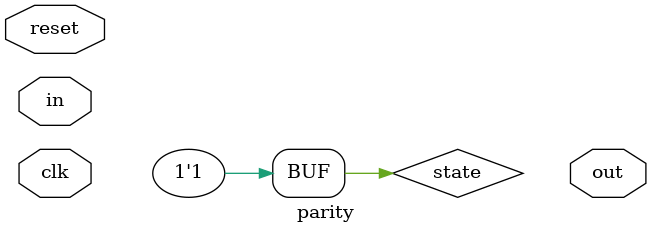
<source format=v>
module parity(clk, in, reset, out);

   input clk, in, reset;
   output out;

   reg 	  out;
   reg 	  state;

   localparam zero=0, one=1;

   always @(posedge clk)
     begin
	if (reset)
	  state <= zero;
	else
	  case (state)
	    0: state <= in;
      1: state <= ~in;
      default: state <= 1;
	  endcase
      end

   always @(state)
     begin
	case (state)
	    0: state <= in;
      1: state <= ~in;
      default: state <= 1;
	endcase
     end

endmodule

</source>
